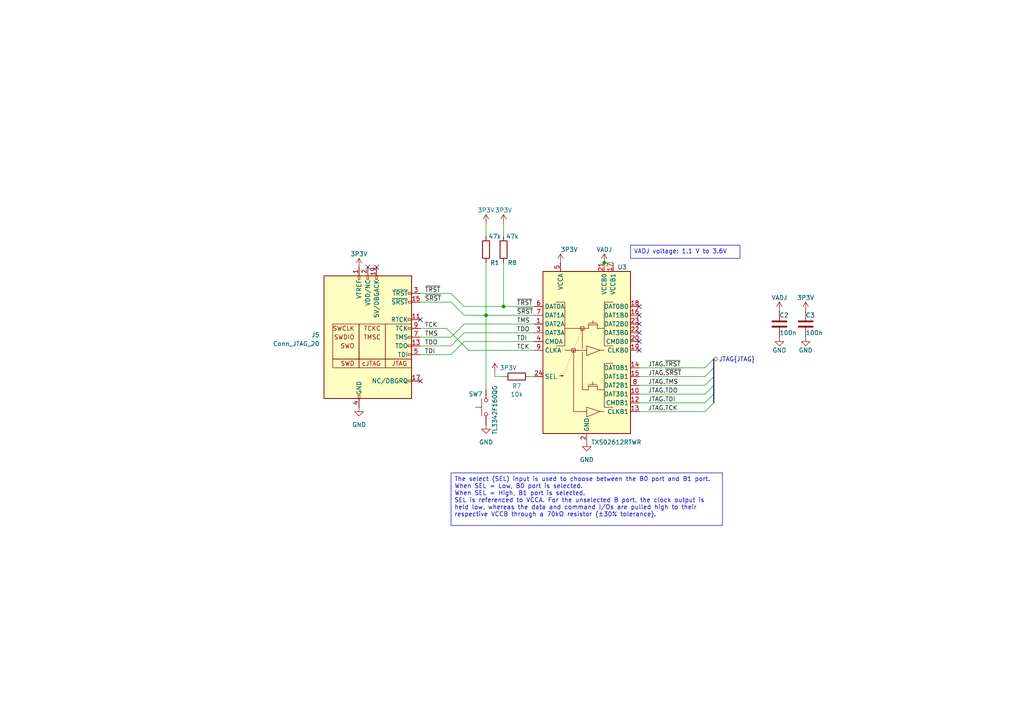
<source format=kicad_sch>
(kicad_sch (version 20231120) (generator "eeschema") (generator_version "8.0")
  (paper "A4")
  (title_block (title "JTAG") (date "2024-05-26") (rev "1.0.0") (company "CHIPS Alliance") (comment 1 "Yichuan Gao (2024-05-21)") (comment 2 "Yichuan Gao (2024-05-21)") (comment 4 "Yichuan Gao (2024-05-26)"))
  (lib_symbols
    (symbol "CHIPSAlliance_Connector:Conn_JTAG_20" (pin_names (offset 1.016))
      (property "Reference" "J" (at 0 1.27 0))
      (property "Value" "Conn_JTAG_20" (at 0 -38.1 0))
      (symbol "Conn_JTAG_20_0_1"
        (rectangle (start 0 0) (end 25.4 -35.56) (stroke (width 0.254)) (fill (type background)))
        (rectangle (start 2.54 -24.13) (end 10.16 -26.67))
        (rectangle (start 2.54 -13.97) (end 10.16 -24.13))
        (rectangle (start 9.906 -34.544) (end 10.414 -35.56))
        (rectangle (start 9.906 0) (end 10.414 -1.016))
        (rectangle (start 10.16 -24.13) (end 17.78 -26.67))
        (rectangle (start 10.16 -13.97) (end 17.78 -24.13))
        (rectangle (start 12.446 0) (end 12.954 -1.016))
        (rectangle (start 14.986 0) (end 15.494 -1.016))
        (rectangle (start 17.78 -24.13) (end 25.4 -26.67))
        (rectangle (start 17.78 -13.97) (end 25.4 -24.13))
        (rectangle (start 24.384 -15.494) (end 25.4 -14.986))
        (rectangle (start 25.4 -30.226) (end 24.384 -30.734))
        (rectangle (start 25.4 -20.574) (end 24.384 -20.066))
        (rectangle (start 25.4 -18.034) (end 24.384 -17.526))
        (rectangle (start 25.4 -12.954) (end 24.384 -12.446))
        (rectangle (start 25.4 -7.366) (end 24.384 -7.874))
        (rectangle (start 25.4 -4.826) (end 24.384 -5.334))
        (text "cJTAG\n" (at 16.51 -25.4 0) (effects (font (size 1.27 1.27)) (justify right)))
        (text "JTAG\n" (at 24.13 -25.4 0) (effects (font (size 1.27 1.27)) (justify right)))
        (text "SWCLK" (at 8.89 -15.24 0) (effects (font (size 1.27 1.27)) (justify right)))
        (text "SWD" (at 8.89 -25.4 0) (effects (font (size 1.27 1.27)) (justify right)))
        (text "SWDIO\n" (at 8.89 -17.78 0) (effects (font (size 1.27 1.27)) (justify right)))
        (text "SWO\n" (at 8.89 -20.32 0) (effects (font (size 1.27 1.27)) (justify right)))
        (text "TCKC" (at 16.51 -15.24 0) (effects (font (size 1.27 1.27)) (justify right)))
        (text "TMSC\n" (at 16.51 -17.78 0) (effects (font (size 1.27 1.27)) (justify right)))
      )
      (symbol "Conn_JTAG_20_1_1"
        (rectangle (start 24.384 -23.114) (end 25.4 -22.606))
        (pin power_in line (at 10.16 2.54 270) (length 2.54) (name "VTREF") (number "1"))
        (pin power_in line (at 10.16 -38.1 90) (length 2.54) hide (name "GND") (number "10"))
        (pin input line (at 27.94 -12.7 180) (length 2.54) (name "RTCK") (number "11"))
        (pin power_in line (at 10.16 -38.1 90) (length 2.54) hide (name "GND") (number "12"))
        (pin input line (at 27.94 -20.32 180) (length 2.54) (name "TDO") (number "13"))
        (pin power_in line (at 10.16 -38.1 90) (length 2.54) hide (name "GND") (number "14"))
        (pin bidirectional line (at 27.94 -7.62 180) (length 2.54) (name "~{SRST}") (number "15"))
        (pin power_in line (at 10.16 -38.1 90) (length 2.54) hide (name "GND") (number "16"))
        (pin output line (at 27.94 -30.48 180) (length 2.54) (name "NC/DBGRQ") (number "17"))
        (pin power_in line (at 10.16 -38.1 90) (length 2.54) hide (name "GND") (number "18"))
        (pin power_out line (at 15.24 2.54 270) (length 2.54) (name "5V/DBGACK") (number "19"))
        (pin power_in line (at 12.7 2.54 270) (length 2.54) (name "VDD/NC") (number "2"))
        (pin power_in line (at 10.16 -38.1 90) (length 2.54) hide (name "GND") (number "20"))
        (pin output line (at 27.94 -5.08 180) (length 2.54) (name "~{TRST}") (number "3"))
        (pin power_in line (at 10.16 -38.1 90) (length 2.54) (name "GND") (number "4"))
        (pin output line (at 27.94 -22.86 180) (length 2.54) (name "TDI") (number "5"))
        (pin power_in line (at 10.16 -38.1 90) (length 2.54) hide (name "GND") (number "6"))
        (pin output line (at 27.94 -17.78 180) (length 2.54) (name "TMS") (number "7"))
        (pin power_in line (at 10.16 -38.1 90) (length 2.54) hide (name "GND") (number "8"))
        (pin output line (at 27.94 -15.24 180) (length 2.54) (name "TCK") (number "9"))
      )
    )
    (symbol "CHIPSAlliance_Logic:TXS02612RTWR"
      (property "Reference" "U" (at 1.27 1.27 0))
      (property "Value" "TXS02612RTWR" (at 0 -48.26 0))
      (symbol "TXS02612RTWR_0_1"
        (polyline (pts (xy 4.826 -30.226) (xy 5.842 -30.226)))
        (polyline (pts (xy 6.35 -22.86) (xy 12.7 -22.86)))
        (polyline (pts (xy 11.43 -22.352) (xy 11.43 -16.51)))
        (polyline (pts (xy 11.43 -16.51) (xy 5.842 -30.226)) (stroke (width 0) (type dot)))
        (polyline (pts (xy 16.51 -40.64) (xy 17.78 -40.64)))
        (polyline (pts (xy 16.51 -22.86) (xy 17.78 -22.86)))
        (polyline (pts (xy 17.78 -21.59) (xy 17.78 -21.59)))
        (polyline (pts (xy 5.334 -29.972) (xy 5.842 -30.226) (xy 5.334 -30.48)))
        (polyline (pts (xy 8.89 -22.86) (xy 8.89 -40.64) (xy 12.7 -40.64)))
        (polyline (pts (xy 11.43 -23.368) (xy 11.43 -34.29) (xy 12.7 -34.29)))
        (polyline (pts (xy 3.81 -8.89) (xy 6.35 -8.89) (xy 6.35 -21.59) (xy 3.81 -21.59)))
        (polyline (pts (xy 12.7 -39.37) (xy 12.7 -42.164) (xy 16.51 -40.64) (xy 12.7 -39.37)))
        (polyline (pts (xy 12.7 -21.59) (xy 12.7 -24.384) (xy 16.51 -22.86) (xy 12.7 -21.59)))
        (polyline (pts (xy 20.32 -26.67) (xy 17.78 -26.67) (xy 17.78 -39.37) (xy 20.32 -39.37)))
        (polyline (pts (xy 20.32 -8.89) (xy 17.78 -8.89) (xy 17.78 -21.59) (xy 20.32 -21.59)))
        (polyline (pts (xy 8.382 -23.368) (xy 9.398 -23.368) (xy 9.398 -22.352) (xy 8.382 -22.352) (xy 8.382 -23.368)))
        (polyline (pts (xy 10.922 -17.018) (xy 11.938 -17.018) (xy 11.938 -16.002) (xy 10.922 -16.002) (xy 10.922 -17.018)))
        (rectangle (start 0 0) (end 25.4 -46.99) (stroke (width 0.254)) (fill (type background)))
      )
      (symbol "TXS02612RTWR_1_0"
        (pin bidirectional line (at 27.94 -35.56 180) (length 2.54) (name "DAT3B1") (number "10"))
        (pin power_in line (at 12.7 -49.53 90) (length 2.54) hide (name "GND") (number "11"))
        (pin bidirectional line (at 27.94 -38.1 180) (length 2.54) (name "CMDB1") (number "12"))
        (pin output line (at 27.94 -40.64 180) (length 2.54) (name "CLKB1") (number "13"))
        (pin bidirectional line (at 27.94 -27.94 180) (length 2.54) (name "DAT0B1") (number "14"))
        (pin bidirectional line (at 27.94 -30.48 180) (length 2.54) (name "DAT1B1") (number "15"))
        (pin bidirectional line (at 27.94 -12.7 180) (length 2.54) (name "DAT1B0") (number "16"))
        (pin power_in line (at 20.32 2.54 270) (length 2.54) (name "VCCB1") (number "17"))
        (pin bidirectional line (at 27.94 -10.16 180) (length 2.54) (name "DAT0B0") (number "18"))
        (pin output line (at 27.94 -22.86 180) (length 2.54) (name "CLKB0") (number "19"))
        (pin power_in line (at 12.7 -49.53 90) (length 2.54) (name "GND") (number "2"))
        (pin bidirectional line (at 27.94 -20.32 180) (length 2.54) (name "CMDB0") (number "20"))
        (pin power_in line (at 17.78 2.54 270) (length 2.54) (name "VCCB0") (number "21"))
        (pin bidirectional line (at 27.94 -17.78 180) (length 2.54) (name "DAT3B0") (number "22"))
        (pin bidirectional line (at 27.94 -15.24 180) (length 2.54) (name "DAT2B0") (number "23"))
        (pin input line (at -2.54 -30.48 0) (length 2.54) (name "SEL") (number "24"))
        (pin bidirectional line (at -2.54 -12.7 0) (length 2.54) (name "DAT1A") (number "7"))
        (pin bidirectional line (at 27.94 -33.02 180) (length 2.54) (name "DAT2B1") (number "8"))
        (pin input line (at -2.54 -22.86 0) (length 2.54) (name "CLKA") (number "9"))
      )
      (symbol "TXS02612RTWR_1_1"
        (polyline (pts (xy 6.35 -16.51) (xy 13.208 -16.51)))
        (polyline (pts (xy 12.7 -34.29) (xy 13.208 -34.29)))
        (polyline (pts (xy 12.954 -33.274) (xy 16.002 -33.274)))
        (polyline (pts (xy 12.954 -15.494) (xy 16.002 -15.494)))
        (polyline (pts (xy 13.208 -34.29) (xy 13.208 -33.274)))
        (polyline (pts (xy 13.208 -32.766) (xy 15.748 -32.766)))
        (polyline (pts (xy 13.208 -16.51) (xy 13.208 -15.494)))
        (polyline (pts (xy 13.208 -14.986) (xy 15.748 -14.986)))
        (polyline (pts (xy 14.478 -32.766) (xy 14.478 -32.004)))
        (polyline (pts (xy 14.478 -14.986) (xy 14.478 -14.224)))
        (polyline (pts (xy 15.748 -34.29) (xy 15.748 -33.274)))
        (polyline (pts (xy 15.748 -16.51) (xy 15.748 -15.494)))
        (polyline (pts (xy 17.78 -34.29) (xy 15.748 -34.29)))
        (polyline (pts (xy 17.78 -16.51) (xy 15.748 -16.51)))
        (pin bidirectional line (at -2.54 -15.24 0) (length 2.54) (name "DAT2A") (number "1"))
        (pin input line (at 12.7 -49.53 90) (length 2.54) hide (name "GND") (number "25"))
        (pin bidirectional line (at -2.54 -17.78 0) (length 2.54) (name "DAT3A") (number "3"))
        (pin bidirectional line (at -2.54 -20.32 0) (length 2.54) (name "CMDA") (number "4"))
        (pin power_in line (at 5.08 2.54 270) (length 2.54) (name "VCCA") (number "5"))
        (pin bidirectional line (at -2.54 -10.16 0) (length 2.54) (name "DAT0A") (number "6"))
      )
    )
    (symbol "CHIPSAlliance_Power:3P3V" (power) (pin_names (offset 0))
      (property "Value" "3P3V" (at 0 3.81 0))
      (symbol "3P3V_0_1"
        (polyline (pts (xy -0.762 1.27) (xy 0 2.54)))
        (polyline (pts (xy 0 0) (xy 0 2.54)))
        (polyline (pts (xy 0 2.54) (xy 0.762 1.27)))
      )
      (symbol "3P3V_1_1"
        (pin power_in line (at 0 0 90) (length 0) hide (name "3P3V") (number "1"))
      )
    )
    (symbol "CHIPSAlliance_Power:GND" (power) (pin_names (offset 0))
      (property "Value" "GND" (at 0 -3.81 0))
      (symbol "GND_0_1"
        (polyline (pts (xy 0 0) (xy 0 -1.27) (xy 1.27 -1.27) (xy 0 -2.54) (xy -1.27 -1.27) (xy 0 -1.27)))
      )
      (symbol "GND_1_1"
        (pin power_in line (at 0 0 270) (length 0) hide (name "GND") (number "1"))
      )
    )
    (symbol "CHIPSAlliance_Power:VADJ" (power) (pin_names (offset 0))
      (property "Value" "VADJ" (at 0 3.81 0))
      (symbol "VADJ_0_1"
        (polyline (pts (xy -0.762 1.27) (xy 0 2.54)))
        (polyline (pts (xy 0 0) (xy 0 2.54)))
        (polyline (pts (xy 0 2.54) (xy 0.762 1.27)))
      )
      (symbol "VADJ_1_1"
        (pin power_in line (at 0 0 90) (length 0) hide (name "VADJ") (number "1"))
      )
    )
    (symbol "Device:C" (pin_numbers hide) (pin_names (offset 0.254))
      (property "Reference" "C" (at 0.635 2.54 0))
      (property "Value" "C" (at 0.635 -2.54 0))
      (symbol "C_0_1"
        (polyline (pts (xy -2.032 -0.762) (xy 2.032 -0.762)) (stroke (width 0.508)))
        (polyline (pts (xy -2.032 0.762) (xy 2.032 0.762)) (stroke (width 0.508)))
      )
      (symbol "C_1_1"
        (pin passive line (at 0 3.81 270) (length 2.794) (name "~") (number "1"))
        (pin passive line (at 0 -3.81 90) (length 2.794) (name "~") (number "2"))
      )
    )
    (symbol "Device:R" (pin_numbers hide) (pin_names (offset 0))
      (property "Reference" "R" (at 2.032 0 90))
      (property "Value" "R" (at 0 0 90))
      (symbol "R_0_1"
        (rectangle (start -1.016 -2.54) (end 1.016 2.54) (stroke (width 0.254)))
      )
      (symbol "R_1_1"
        (pin passive line (at 0 3.81 270) (length 1.27) (name "~") (number "1"))
        (pin passive line (at 0 -3.81 90) (length 1.27) (name "~") (number "2"))
      )
    )
    (symbol "Switch:SW_Push" (pin_numbers hide) (pin_names (offset 1.016) hide)
      (property "Reference" "SW" (at 1.27 2.54 0))
      (property "Value" "SW_Push" (at 0 -1.524 0))
      (symbol "SW_Push_0_1"
        (circle (center -2.032 0) (radius 0.508))
        (polyline (pts (xy 0 1.27) (xy 0 3.048)))
        (polyline (pts (xy 2.54 1.27) (xy -2.54 1.27)))
        (circle (center 2.032 0) (radius 0.508))
        (pin passive line (at -5.08 0 0) (length 2.54) (name "1") (number "1"))
        (pin passive line (at 5.08 0 180) (length 2.54) (name "2") (number "2"))
      )
    )
  )
  (bus_alias "JTAG" (members "~{TRST}" "~{SRST}" "TMS" "TDO" "TDI" "TCK"))
  (junction (at 140.97 91.44))
  (junction (at 175.26 76.2))
  (junction (at 146.05 88.9))
  (no_connect (at 185.42 101.6))
  (no_connect (at 106.68 77.47))
  (no_connect (at 121.92 92.71))
  (no_connect (at 185.42 88.9))
  (no_connect (at 185.42 96.52))
  (no_connect (at 121.92 110.49))
  (no_connect (at 109.22 77.47))
  (no_connect (at 185.42 91.44))
  (no_connect (at 185.42 93.98))
  (no_connect (at 185.42 99.06))
  (bus_entry (at 204.47 106.68) (size 2.54 -2.54))
  (bus_entry (at 204.47 116.84) (size 2.54 -2.54))
  (bus_entry (at 204.47 114.3) (size 2.54 -2.54))
  (bus_entry (at 204.47 111.76) (size 2.54 -2.54))
  (bus_entry (at 204.47 119.38) (size 2.54 -2.54))
  (bus_entry (at 204.47 109.22) (size 2.54 -2.54))
  (wire (pts (xy 121.92 87.63) (xy 130.81 87.63)))
  (wire (pts (xy 140.97 91.44) (xy 154.94 91.44)))
  (wire (pts (xy 129.54 95.25) (xy 135.89 101.6)))
  (wire (pts (xy 134.62 99.06) (xy 130.81 102.87)))
  (wire (pts (xy 185.42 109.22) (xy 204.47 109.22)))
  (wire (pts (xy 134.62 93.98) (xy 130.81 97.79)))
  (wire (pts (xy 121.92 85.09) (xy 130.81 85.09)))
  (wire (pts (xy 134.62 99.06) (xy 154.94 99.06)))
  (bus (pts (xy 207.01 104.14) (xy 207.01 106.68)))
  (wire (pts (xy 185.42 119.38) (xy 204.47 119.38)))
  (wire (pts (xy 175.26 76.2) (xy 177.8 76.2)))
  (wire (pts (xy 134.62 96.52) (xy 130.81 100.33)))
  (wire (pts (xy 185.42 116.84) (xy 204.47 116.84)))
  (wire (pts (xy 134.62 96.52) (xy 154.94 96.52)))
  (wire (pts (xy 146.05 64.77) (xy 146.05 68.58)))
  (bus (pts (xy 207.01 106.68) (xy 207.01 109.22)))
  (wire (pts (xy 134.62 91.44) (xy 140.97 91.44)))
  (wire (pts (xy 135.89 101.6) (xy 154.94 101.6)))
  (wire (pts (xy 146.05 109.22) (xy 143.51 109.22)))
  (wire (pts (xy 185.42 111.76) (xy 204.47 111.76)))
  (bus (pts (xy 207.01 109.22) (xy 207.01 111.76)))
  (wire (pts (xy 121.92 102.87) (xy 130.81 102.87)))
  (wire (pts (xy 185.42 106.68) (xy 204.47 106.68)))
  (wire (pts (xy 153.67 109.22) (xy 154.94 109.22)))
  (wire (pts (xy 140.97 76.2) (xy 140.97 91.44)))
  (wire (pts (xy 121.92 97.79) (xy 130.81 97.79)))
  (wire (pts (xy 140.97 64.77) (xy 140.97 68.58)))
  (wire (pts (xy 134.62 88.9) (xy 130.81 85.09)))
  (bus (pts (xy 207.01 114.3) (xy 207.01 116.84)))
  (wire (pts (xy 146.05 88.9) (xy 154.94 88.9)))
  (wire (pts (xy 134.62 91.44) (xy 130.81 87.63)))
  (bus (pts (xy 207.01 111.76) (xy 207.01 114.3)))
  (wire (pts (xy 146.05 76.2) (xy 146.05 88.9)))
  (wire (pts (xy 134.62 88.9) (xy 146.05 88.9)))
  (wire (pts (xy 134.62 93.98) (xy 154.94 93.98)))
  (wire (pts (xy 143.51 109.22) (xy 143.51 107.95)))
  (wire (pts (xy 121.92 100.33) (xy 130.81 100.33)))
  (wire (pts (xy 121.92 95.25) (xy 129.54 95.25)))
  (wire (pts (xy 185.42 114.3) (xy 204.47 114.3)))
  (wire (pts (xy 140.97 91.44) (xy 140.97 113.03)))
  (text_box "VADJ voltage: 1.1 V to 3.6V" (at 182.88 71.12 0) (size 31.75 3.81) (effects (font (size 1.27 1.27)) (justify left top)))
  (text_box "The select (SEL) input is used to choose between the B0 port and B1 port. \nWhen SEL = Low, B0 port is selected.\nWhen SEL = High, B1 port is selected.\nSEL is referenced to VCCA. For the unselected B port, the clock output is held low, whereas the data and command I/Os are pulled high to their respective VCCB through a 70kΩ resistor (±30% tolerance)." (at 130.81 137.16 0) (size 78.74 15.24) (effects (font (size 1.27 1.27)) (justify left top)))
  (label "TCK" (at 149.86 101.6 0))
  (label "~{SRST}" (at 123.19 87.63 0))
  (label "~{TRST}" (at 149.86 88.9 0))
  (label "JTAG.TMS" (at 187.96 111.76 0))
  (label "TMS" (at 149.86 93.98 0))
  (label "JTAG.~{SRST}" (at 187.96 109.22 0))
  (label "~{SRST}" (at 149.86 91.44 0))
  (label "TMS" (at 123.19 97.79 0))
  (label "~{TRST}" (at 123.19 85.09 0))
  (label "TDO" (at 149.86 96.52 0))
  (label "TDI" (at 149.86 99.06 0))
  (label "JTAG.TDI" (at 187.96 116.84 0))
  (label "JTAG.TCK" (at 187.96 119.38 0))
  (label "JTAG.TDO" (at 187.96 114.3 0))
  (label "JTAG.~{TRST}" (at 187.96 106.68 0))
  (label "TDO" (at 123.19 100.33 0))
  (label "TCK" (at 123.19 95.25 0))
  (label "TDI" (at 123.19 102.87 0))
  (hierarchical_label "JTAG{JTAG}" (shape bidirectional) (at 207.01 104.14 0))
  (symbol (lib_id "CHIPSAlliance_Power:VADJ") (at 175.26 76.2 0) (unit 1)
    (property "Reference" "#PWR0199" (effects (hide yes)))
    (property "Value" "VADJ" (at 175.26 72.39 0))
  )
  (symbol (lib_id "CHIPSAlliance_Power:GND") (at 233.68 97.79 0) (unit 1)
    (property "Reference" "#PWR0167" (effects (hide yes)))
    (property "Value" "GND" (at 233.68 101.6 0))
  )
  (symbol (lib_id "Device:R") (at 140.97 72.39 0) (unit 1)
    (property "Reference" "R1" (at 143.51 76.2 0))
    (property "Value" "47k" (at 143.51 68.58 0))
    (property "Footprint" "Resistor_SMD:R_0402_1005Metric" (effects (hide yes)))
  )
  (symbol (lib_id "Switch:SW_Push") (at 140.97 118.11 90) (unit 1)
    (property "Reference" "SW7" (at 135.89 114.3 90) (effects (justify right)))
    (property "Value" "TL3342F160QG" (at 143.51 111.76 0) (effects (justify right)))
    (property "Footprint" "Button_Switch_SMD:SW_SPST_TL3342" (effects (hide yes)))
    (property "Datasheet" "https://atta.szlcsc.com/upload/public/pdf/source/20210906/11280193174E7DA876DC76C90FC72D93.pdf" (effects (hide yes)))
  )
  (symbol (lib_id "CHIPSAlliance_Power:GND") (at 104.14 118.11 0) (unit 1)
    (property "Reference" "#PWR0162" (effects (hide yes)))
    (property "Value" "GND" (at 104.14 123.19 0))
  )
  (symbol (lib_id "CHIPSAlliance_Power:3P3V") (at 146.05 64.77 0) (unit 1)
    (property "Reference" "#PWR0125" (effects (hide yes)))
    (property "Value" "3P3V" (at 146.05 60.96 0))
  )
  (symbol (lib_id "Device:R") (at 146.05 72.39 0) (unit 1)
    (property "Reference" "R8" (at 148.59 76.2 0))
    (property "Value" "47k" (at 148.59 68.58 0))
    (property "Footprint" "Resistor_SMD:R_0402_1005Metric" (effects (hide yes)))
  )
  (symbol (lib_id "CHIPSAlliance_Connector:Conn_JTAG_20") (at 93.98 80.01 0) (unit 1)
    (property "Reference" "J5" (at 92.71 97.155 0) (effects (justify right)))
    (property "Value" "Conn_JTAG_20" (at 92.71 99.695 0) (effects (justify right)))
    (property "Footprint" "Connector_IDC:IDC-Header_2x10_P2.54mm_Vertical_SMD" (effects (hide yes)))
    (property "Datasheet" "https://www.segger.com/products/debug-probes/j-link/technology/interface-description" (effects (hide yes)))
  )
  (symbol (lib_id "CHIPSAlliance_Power:3P3V") (at 140.97 64.77 0) (unit 1)
    (property "Reference" "#PWR0129" (effects (hide yes)))
    (property "Value" "3P3V" (at 140.97 60.96 0))
  )
  (symbol (lib_id "CHIPSAlliance_Power:GND") (at 226.06 97.79 0) (unit 1)
    (property "Reference" "#PWR0165" (effects (hide yes)))
    (property "Value" "GND" (at 226.06 101.6 0))
  )
  (symbol (lib_id "CHIPSAlliance_Power:3P3V") (at 104.14 77.47 0) (unit 1)
    (property "Reference" "#PWR0143" (effects (hide yes)))
    (property "Value" "3P3V" (at 104.14 73.66 0))
  )
  (symbol (lib_id "CHIPSAlliance_Power:3P3V") (at 162.56 76.2 0) (unit 1)
    (property "Reference" "#PWR0134" (effects (hide yes)))
    (property "Value" "3P3V" (at 165.1 72.39 0))
  )
  (symbol (lib_id "CHIPSAlliance_Power:GND") (at 140.97 123.19 0) (unit 1)
    (property "Reference" "#PWR0212" (effects (hide yes)))
    (property "Value" "GND" (at 140.97 128.27 0))
  )
  (symbol (lib_id "Device:R") (at 149.86 109.22 270) (unit 1)
    (property "Reference" "R7" (at 149.86 111.9561 90))
    (property "Value" "10k" (at 149.86 114.3804 90))
    (property "Footprint" "Resistor_SMD:R_0402_1005Metric" (effects (hide yes)))
  )
  (symbol (lib_id "CHIPSAlliance_Power:VADJ") (at 226.06 90.17 0) (unit 1)
    (property "Reference" "#PWR0164" (effects (hide yes)))
    (property "Value" "VADJ" (at 226.06 86.36 0))
  )
  (symbol (lib_id "CHIPSAlliance_Power:3P3V") (at 233.68 90.17 0) (unit 1)
    (property "Reference" "#PWR0139" (effects (hide yes)))
    (property "Value" "3P3V" (at 233.68 86.36 0))
  )
  (symbol (lib_id "CHIPSAlliance_Power:GND") (at 170.18 128.27 0) (unit 1)
    (property "Reference" "#PWR0200" (effects (hide yes)))
    (property "Value" "GND" (at 170.18 133.35 0))
  )
  (symbol (lib_id "Device:C") (at 233.68 93.98 0) (unit 1)
    (property "Reference" "C3" (at 233.68 91.44 0) (effects (justify left)))
    (property "Value" "100n" (at 233.68 96.52 0) (effects (justify left)))
    (property "Footprint" "Capacitor_SMD:C_0402_1005Metric" (effects (hide yes)))
  )
  (symbol (lib_id "CHIPSAlliance_Power:3P3V") (at 143.51 107.95 0) (unit 1)
    (property "Reference" "#PWR0111" (effects (hide yes)))
    (property "Value" "3P3V" (at 144.907 106.68 0) (effects (justify left)))
  )
  (symbol (lib_id "CHIPSAlliance_Logic:TXS02612RTWR") (at 157.48 78.74 0) (unit 1)
    (property "Reference" "U3" (at 179.07 77.47 0) (effects (justify left)))
    (property "Value" "TXS02612RTWR" (at 171.45 128.27 0) (effects (justify left)))
    (property "Footprint" "CHIPSAlliance_Package_DFN_QFN:WQFN-24-1EP_4x4mm_P0.5mm_EP2.45x2.45mm" (effects (hide yes)))
    (property "Datasheet" "https://www.ti.com/lit/ds/symlink/txs02612.pdf" (effects (hide yes)))
  )
  (symbol (lib_id "Device:C") (at 226.06 93.98 0) (unit 1)
    (property "Reference" "C2" (at 226.06 91.44 0) (effects (justify left)))
    (property "Value" "100n" (at 226.06 96.52 0) (effects (justify left)))
    (property "Footprint" "Capacitor_SMD:C_0402_1005Metric" (effects (hide yes)))
  )
)
</source>
